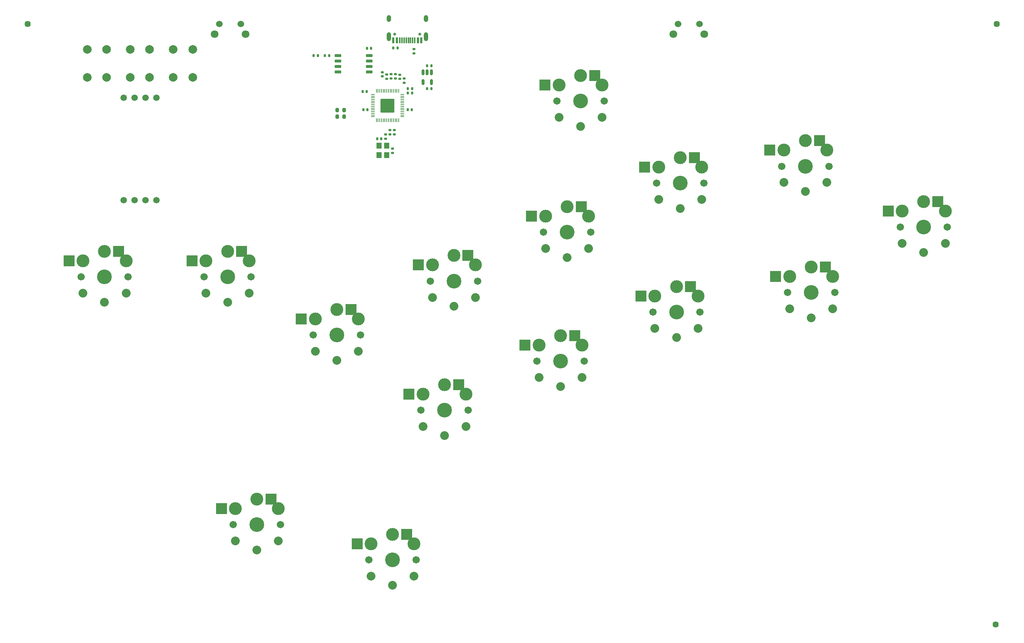
<source format=gts>
G04 #@! TF.GenerationSoftware,KiCad,Pcbnew,7.0.9*
G04 #@! TF.CreationDate,2023-12-23T20:10:05+09:00*
G04 #@! TF.ProjectId,ergoSHIFT-rev2-kicad,6572676f-5348-4494-9654-2d726576322d,rev?*
G04 #@! TF.SameCoordinates,Original*
G04 #@! TF.FileFunction,Soldermask,Top*
G04 #@! TF.FilePolarity,Negative*
%FSLAX46Y46*%
G04 Gerber Fmt 4.6, Leading zero omitted, Abs format (unit mm)*
G04 Created by KiCad (PCBNEW 7.0.9) date 2023-12-23 20:10:05*
%MOMM*%
%LPD*%
G01*
G04 APERTURE LIST*
G04 Aperture macros list*
%AMRoundRect*
0 Rectangle with rounded corners*
0 $1 Rounding radius*
0 $2 $3 $4 $5 $6 $7 $8 $9 X,Y pos of 4 corners*
0 Add a 4 corners polygon primitive as box body*
4,1,4,$2,$3,$4,$5,$6,$7,$8,$9,$2,$3,0*
0 Add four circle primitives for the rounded corners*
1,1,$1+$1,$2,$3*
1,1,$1+$1,$4,$5*
1,1,$1+$1,$6,$7*
1,1,$1+$1,$8,$9*
0 Add four rect primitives between the rounded corners*
20,1,$1+$1,$2,$3,$4,$5,0*
20,1,$1+$1,$4,$5,$6,$7,0*
20,1,$1+$1,$6,$7,$8,$9,0*
20,1,$1+$1,$8,$9,$2,$3,0*%
G04 Aperture macros list end*
%ADD10C,0.650000*%
%ADD11R,0.600000X1.450000*%
%ADD12R,0.300000X1.450000*%
%ADD13O,1.000000X2.100000*%
%ADD14O,1.000000X1.600000*%
%ADD15C,1.524000*%
%ADD16C,1.800000*%
%ADD17RoundRect,0.140000X0.140000X0.170000X-0.140000X0.170000X-0.140000X-0.170000X0.140000X-0.170000X0*%
%ADD18C,1.701800*%
%ADD19C,3.000000*%
%ADD20C,3.429000*%
%ADD21C,2.032000*%
%ADD22R,2.600000X2.600000*%
%ADD23RoundRect,0.140000X-0.140000X-0.170000X0.140000X-0.170000X0.140000X0.170000X-0.140000X0.170000X0*%
%ADD24C,1.448000*%
%ADD25C,1.500000*%
%ADD26RoundRect,0.140000X0.170000X-0.140000X0.170000X0.140000X-0.170000X0.140000X-0.170000X-0.140000X0*%
%ADD27RoundRect,0.150000X-0.650000X-0.150000X0.650000X-0.150000X0.650000X0.150000X-0.650000X0.150000X0*%
%ADD28C,2.000000*%
%ADD29RoundRect,0.140000X-0.170000X0.140000X-0.170000X-0.140000X0.170000X-0.140000X0.170000X0.140000X0*%
%ADD30RoundRect,0.135000X0.135000X0.185000X-0.135000X0.185000X-0.135000X-0.185000X0.135000X-0.185000X0*%
%ADD31RoundRect,0.135000X-0.185000X0.135000X-0.185000X-0.135000X0.185000X-0.135000X0.185000X0.135000X0*%
%ADD32RoundRect,0.135000X0.185000X-0.135000X0.185000X0.135000X-0.185000X0.135000X-0.185000X-0.135000X0*%
%ADD33RoundRect,0.050000X-0.387500X-0.050000X0.387500X-0.050000X0.387500X0.050000X-0.387500X0.050000X0*%
%ADD34RoundRect,0.050000X-0.050000X-0.387500X0.050000X-0.387500X0.050000X0.387500X-0.050000X0.387500X0*%
%ADD35RoundRect,0.144000X-1.456000X-1.456000X1.456000X-1.456000X1.456000X1.456000X-1.456000X1.456000X0*%
%ADD36RoundRect,0.200000X-0.200000X-0.275000X0.200000X-0.275000X0.200000X0.275000X-0.200000X0.275000X0*%
%ADD37RoundRect,0.200000X0.200000X0.275000X-0.200000X0.275000X-0.200000X-0.275000X0.200000X-0.275000X0*%
%ADD38RoundRect,0.150000X-0.150000X0.512500X-0.150000X-0.512500X0.150000X-0.512500X0.150000X0.512500X0*%
%ADD39R,1.200000X1.400000*%
%ADD40RoundRect,0.135000X-0.135000X-0.185000X0.135000X-0.185000X0.135000X0.185000X-0.135000X0.185000X0*%
G04 APERTURE END LIST*
D10*
X145094000Y-56190000D03*
X139314000Y-56190000D03*
D11*
X145454000Y-57635000D03*
X144654000Y-57635000D03*
D12*
X143954000Y-57635000D03*
X143454000Y-57635000D03*
X142954000Y-57635000D03*
X142454000Y-57635000D03*
X141954000Y-57635000D03*
X141454000Y-57635000D03*
X140954000Y-57635000D03*
X140454000Y-57635000D03*
D11*
X139754000Y-57635000D03*
X138954000Y-57635000D03*
D13*
X146524000Y-56720000D03*
D14*
X146524000Y-52540000D03*
D13*
X137884000Y-56720000D03*
D14*
X137884000Y-52540000D03*
D15*
X205200000Y-53750000D03*
X210200000Y-53750000D03*
D16*
X204100000Y-56150000D03*
X211300000Y-56150000D03*
D17*
X147786000Y-68863000D03*
X146826000Y-68863000D03*
D18*
X145390000Y-143810000D03*
D19*
X145890000Y-140060000D03*
X150890000Y-137860000D03*
D20*
X150890000Y-143810000D03*
D19*
X155890000Y-140060000D03*
D18*
X156390000Y-143810000D03*
D21*
X150890000Y-149710000D03*
D22*
X154165000Y-137860000D03*
X142615000Y-140060000D03*
D21*
X145890000Y-147610000D03*
X155890000Y-147610000D03*
D23*
X132828000Y-59465000D03*
X133788000Y-59465000D03*
D18*
X200250000Y-90880000D03*
D19*
X200750000Y-87130000D03*
X205750000Y-84930000D03*
D20*
X205750000Y-90880000D03*
D19*
X210750000Y-87130000D03*
D18*
X211250000Y-90880000D03*
D21*
X205750000Y-96780000D03*
D22*
X209025000Y-84930000D03*
X197475000Y-87130000D03*
D21*
X200750000Y-94680000D03*
X210750000Y-94680000D03*
D24*
X279108000Y-193764000D03*
D25*
X76190000Y-71000000D03*
X76190000Y-94876000D03*
X78730000Y-71000000D03*
X78730000Y-94876000D03*
X81270000Y-71000000D03*
X81270000Y-94876000D03*
X83810000Y-71000000D03*
X83810000Y-94876000D03*
D26*
X137372000Y-66549000D03*
X137372000Y-65589000D03*
D27*
X126108000Y-61116000D03*
X126108000Y-62386000D03*
X126108000Y-63656000D03*
X126108000Y-64926000D03*
X133308000Y-64926000D03*
X133308000Y-63656000D03*
X133308000Y-62386000D03*
X133308000Y-61116000D03*
D28*
X72250000Y-59750000D03*
X72250000Y-66250000D03*
X67750000Y-59750000D03*
X67750000Y-66250000D03*
X82250000Y-59750000D03*
X82250000Y-66250000D03*
X77750000Y-59750000D03*
X77750000Y-66250000D03*
D29*
X138134000Y-78541000D03*
X138134000Y-79501000D03*
D23*
X142353000Y-69879000D03*
X143313000Y-69879000D03*
D17*
X147786000Y-63529000D03*
X146826000Y-63529000D03*
X132772000Y-69498000D03*
X131812000Y-69498000D03*
D30*
X121372000Y-61116000D03*
X120352000Y-61116000D03*
D18*
X66250000Y-112750000D03*
D19*
X66750000Y-109000000D03*
X71750000Y-106800000D03*
D20*
X71750000Y-112750000D03*
D19*
X76750000Y-109000000D03*
D18*
X77250000Y-112750000D03*
D21*
X71750000Y-118650000D03*
D22*
X75025000Y-106800000D03*
X63475000Y-109000000D03*
D21*
X66750000Y-116550000D03*
X76750000Y-116550000D03*
D17*
X132927000Y-73795732D03*
X131967000Y-73795732D03*
D26*
X141436000Y-67466000D03*
X141436000Y-66506000D03*
D24*
X279362000Y-53810000D03*
D30*
X139918000Y-59338000D03*
X138898000Y-59338000D03*
D31*
X138388000Y-65430000D03*
X138388000Y-66450000D03*
D32*
X137118000Y-80547000D03*
X137118000Y-79527000D03*
D33*
X134183500Y-70195000D03*
X134183500Y-70595000D03*
X134183500Y-70995000D03*
X134183500Y-71395000D03*
X134183500Y-71795000D03*
X134183500Y-72195000D03*
X134183500Y-72595000D03*
X134183500Y-72995000D03*
X134183500Y-73395000D03*
X134183500Y-73795000D03*
X134183500Y-74195000D03*
X134183500Y-74595000D03*
X134183500Y-74995000D03*
X134183500Y-75395000D03*
D34*
X135021000Y-76232500D03*
X135421000Y-76232500D03*
X135821000Y-76232500D03*
X136221000Y-76232500D03*
X136621000Y-76232500D03*
X137021000Y-76232500D03*
X137421000Y-76232500D03*
X137821000Y-76232500D03*
X138221000Y-76232500D03*
X138621000Y-76232500D03*
X139021000Y-76232500D03*
X139421000Y-76232500D03*
X139821000Y-76232500D03*
X140221000Y-76232500D03*
D33*
X141058500Y-75395000D03*
X141058500Y-74995000D03*
X141058500Y-74595000D03*
X141058500Y-74195000D03*
X141058500Y-73795000D03*
X141058500Y-73395000D03*
X141058500Y-72995000D03*
X141058500Y-72595000D03*
X141058500Y-72195000D03*
X141058500Y-71795000D03*
X141058500Y-71395000D03*
X141058500Y-70995000D03*
X141058500Y-70595000D03*
X141058500Y-70195000D03*
D34*
X140221000Y-69357500D03*
X139821000Y-69357500D03*
X139421000Y-69357500D03*
X139021000Y-69357500D03*
X138621000Y-69357500D03*
X138221000Y-69357500D03*
X137821000Y-69357500D03*
X137421000Y-69357500D03*
X137021000Y-69357500D03*
X136621000Y-69357500D03*
X136221000Y-69357500D03*
X135821000Y-69357500D03*
X135421000Y-69357500D03*
X135021000Y-69357500D03*
D35*
X137621000Y-72795000D03*
D31*
X139404000Y-65430000D03*
X139404000Y-66450000D03*
D36*
X125883000Y-75400000D03*
X127533000Y-75400000D03*
D37*
X127533000Y-73876000D03*
X125883000Y-73876000D03*
D31*
X143726000Y-59590000D03*
X143726000Y-60610000D03*
D23*
X135192000Y-80545000D03*
X136152000Y-80545000D03*
D28*
X92250000Y-59750000D03*
X92250000Y-66250000D03*
X87750000Y-59750000D03*
X87750000Y-66250000D03*
D26*
X136356000Y-65970000D03*
X136356000Y-65010000D03*
D29*
X138769000Y-82859000D03*
X138769000Y-83819000D03*
D23*
X142325000Y-73794934D03*
X143285000Y-73794934D03*
D26*
X140420000Y-66577000D03*
X140420000Y-65617000D03*
D18*
X172370000Y-132370000D03*
D19*
X172870000Y-128620000D03*
X177870000Y-126420000D03*
D20*
X177870000Y-132370000D03*
D19*
X182870000Y-128620000D03*
D18*
X183370000Y-132370000D03*
D21*
X177870000Y-138270000D03*
D22*
X181145000Y-126420000D03*
X169595000Y-128620000D03*
D21*
X172870000Y-136170000D03*
X182870000Y-136170000D03*
D18*
X147550000Y-113700000D03*
D19*
X148050000Y-109950000D03*
X153050000Y-107750000D03*
D20*
X153050000Y-113700000D03*
D19*
X158050000Y-109950000D03*
D18*
X158550000Y-113700000D03*
D21*
X153050000Y-119600000D03*
D22*
X156325000Y-107750000D03*
X144775000Y-109950000D03*
D21*
X148050000Y-117500000D03*
X158050000Y-117500000D03*
D38*
X147786000Y-65064000D03*
X146836000Y-65064000D03*
X145886000Y-65064000D03*
X145886000Y-67339000D03*
X147786000Y-67339000D03*
D39*
X135672000Y-82155000D03*
X135672000Y-84355000D03*
X137372000Y-84355000D03*
X137372000Y-82155000D03*
D40*
X123017000Y-61116000D03*
X124037000Y-61116000D03*
D18*
X101720000Y-170470000D03*
D19*
X102220000Y-166720000D03*
X107220000Y-164520000D03*
D20*
X107220000Y-170470000D03*
D19*
X112220000Y-166720000D03*
D18*
X112720000Y-170470000D03*
D21*
X107220000Y-176370000D03*
D22*
X110495000Y-164520000D03*
X98945000Y-166720000D03*
D21*
X102220000Y-174270000D03*
X112220000Y-174270000D03*
D29*
X139150000Y-78541000D03*
X139150000Y-79501000D03*
D23*
X142353000Y-68863000D03*
X143313000Y-68863000D03*
D18*
X133290000Y-178670000D03*
D19*
X133790000Y-174920000D03*
X138790000Y-172720000D03*
D20*
X138790000Y-178670000D03*
D19*
X143790000Y-174920000D03*
D18*
X144290000Y-178670000D03*
D21*
X138790000Y-184570000D03*
D22*
X142065000Y-172720000D03*
X130515000Y-174920000D03*
D21*
X133790000Y-182470000D03*
X143790000Y-182470000D03*
D18*
X94870000Y-112750000D03*
D19*
X95370000Y-109000000D03*
X100370000Y-106800000D03*
D20*
X100370000Y-112750000D03*
D19*
X105370000Y-109000000D03*
D18*
X105870000Y-112750000D03*
D21*
X100370000Y-118650000D03*
D22*
X103645000Y-106800000D03*
X92095000Y-109000000D03*
D21*
X95370000Y-116550000D03*
X105370000Y-116550000D03*
D15*
X98500000Y-53750000D03*
X103500000Y-53750000D03*
D16*
X97400000Y-56150000D03*
X104600000Y-56150000D03*
D18*
X230720000Y-116390000D03*
D19*
X231220000Y-112640000D03*
X236220000Y-110440000D03*
D20*
X236220000Y-116390000D03*
D19*
X241220000Y-112640000D03*
D18*
X241720000Y-116390000D03*
D21*
X236220000Y-122290000D03*
D22*
X239495000Y-110440000D03*
X227945000Y-112640000D03*
D21*
X231220000Y-120190000D03*
X241220000Y-120190000D03*
D18*
X199350000Y-120930000D03*
D19*
X199850000Y-117180000D03*
X204850000Y-114980000D03*
D20*
X204850000Y-120930000D03*
D19*
X209850000Y-117180000D03*
D18*
X210350000Y-120930000D03*
D21*
X204850000Y-126830000D03*
D22*
X208125000Y-114980000D03*
X196575000Y-117180000D03*
D21*
X199850000Y-124730000D03*
X209850000Y-124730000D03*
D24*
X53810000Y-53810000D03*
D18*
X177040000Y-71750000D03*
D19*
X177540000Y-68000000D03*
X182540000Y-65800000D03*
D20*
X182540000Y-71750000D03*
D19*
X187540000Y-68000000D03*
D18*
X188040000Y-71750000D03*
D21*
X182540000Y-77650000D03*
D22*
X185815000Y-65800000D03*
X174265000Y-68000000D03*
D21*
X177540000Y-75550000D03*
X187540000Y-75550000D03*
D18*
X173900000Y-102290000D03*
D19*
X174400000Y-98540000D03*
X179400000Y-96340000D03*
D20*
X179400000Y-102290000D03*
D19*
X184400000Y-98540000D03*
D18*
X184900000Y-102290000D03*
D21*
X179400000Y-108190000D03*
D22*
X182675000Y-96340000D03*
X171125000Y-98540000D03*
D21*
X174400000Y-106090000D03*
X184400000Y-106090000D03*
D18*
X120320000Y-126290000D03*
D19*
X120820000Y-122540000D03*
X125820000Y-120340000D03*
D20*
X125820000Y-126290000D03*
D19*
X130820000Y-122540000D03*
D18*
X131320000Y-126290000D03*
D21*
X125820000Y-132190000D03*
D22*
X129095000Y-120340000D03*
X117545000Y-122540000D03*
D21*
X120820000Y-130090000D03*
X130820000Y-130090000D03*
D18*
X256920000Y-101110000D03*
D19*
X257420000Y-97360000D03*
X262420000Y-95160000D03*
D20*
X262420000Y-101110000D03*
D19*
X267420000Y-97360000D03*
D18*
X267920000Y-101110000D03*
D21*
X262420000Y-107010000D03*
D22*
X265695000Y-95160000D03*
X254145000Y-97360000D03*
D21*
X257420000Y-104910000D03*
X267420000Y-104910000D03*
D18*
X229350000Y-86940000D03*
D19*
X229850000Y-83190000D03*
X234850000Y-80990000D03*
D20*
X234850000Y-86940000D03*
D19*
X239850000Y-83190000D03*
D18*
X240350000Y-86940000D03*
D21*
X234850000Y-92840000D03*
D22*
X238125000Y-80990000D03*
X226575000Y-83190000D03*
D21*
X229850000Y-90740000D03*
X239850000Y-90740000D03*
M02*

</source>
